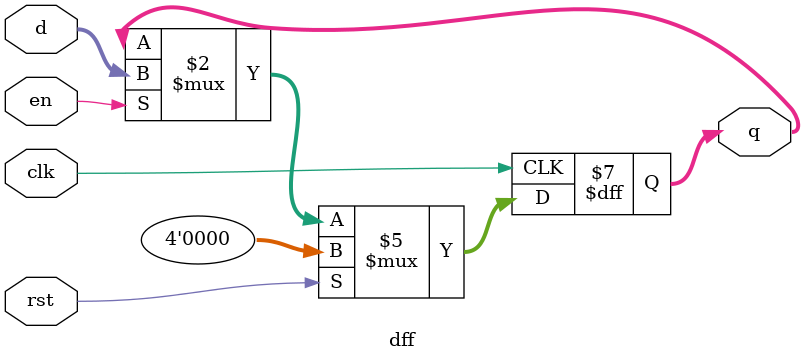
<source format=v>
`timescale 1ns / 1ps
module dff #(parameter WIDTH=4)(
    input rst,clk,en,
    input [WIDTH-1:0]d,
    output reg [WIDTH-1:0]q
    );

always @(posedge clk) begin
    if(rst)
        q <= {WIDTH{1'b0}};
    else if(en)
        q <= d;
end
    
endmodule

</source>
